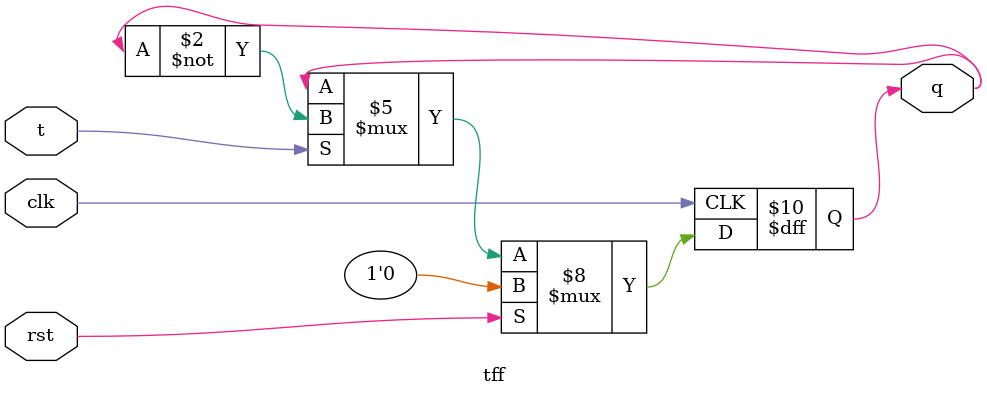
<source format=v>
module tff(
    input  wire clk,
    input  wire rst,
    input  wire t,
    output reg  q
);

always @(posedge clk) begin
    if (rst)
        q <= 1'b0;
    else if (t)
        q <= ~q;
    else
        q <= q;   // optional, can be omitted
end
initial begin

	$dumpfile("dump.vcd");
	$dumpvars(0,tff);
end
endmodule


</source>
